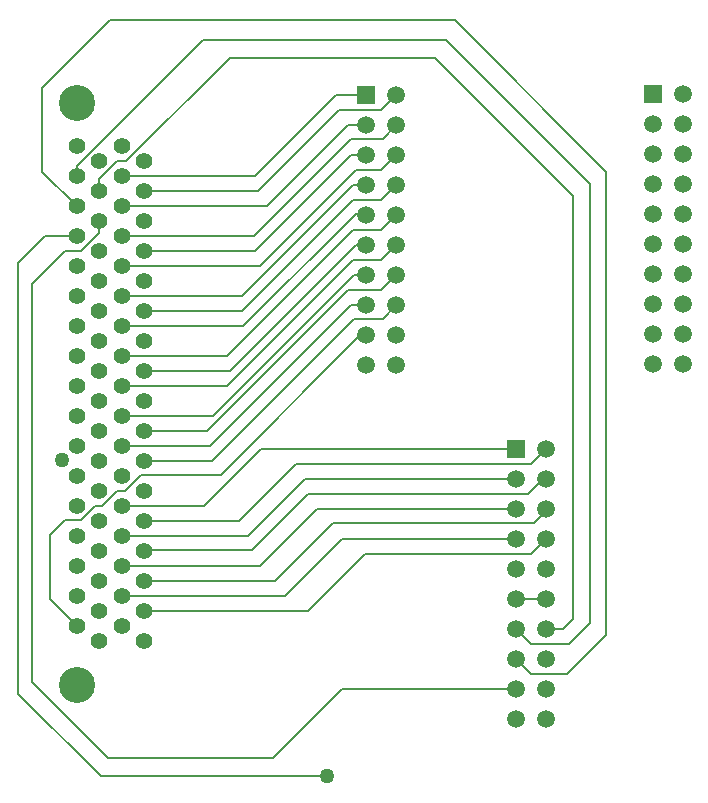
<source format=gtl>
%FSLAX24Y24*%
%MOIN*%
G70*
G01*
G75*
G04 Layer_Physical_Order=1*
G04 Layer_Color=255*
%ADD10C,0.0080*%
%ADD11R,0.0591X0.0591*%
%ADD12C,0.0591*%
%ADD13C,0.1200*%
%ADD14C,0.0550*%
%ADD15C,0.0500*%
D10*
X37450Y38350D02*
X38450D01*
X24300Y52450D02*
X28750D01*
X31450Y55150D01*
X32450D01*
X25050Y51950D02*
X28850D01*
X31550Y54650D01*
X32950D01*
X33450Y55150D01*
X24300Y51450D02*
X29150D01*
X31850Y54150D01*
X32450D01*
X24300Y50450D02*
X28700D01*
X31950Y53700D01*
X33000D01*
X33450Y54150D01*
X25050Y49950D02*
X28750D01*
X31950Y53150D01*
X32450D01*
X24300Y49450D02*
X28900D01*
X32100Y52650D01*
X32950D01*
X33450Y53150D01*
X24300Y48450D02*
X28300D01*
X32000Y52150D02*
X32450D01*
X28300Y48450D02*
X32000Y52150D01*
X32950Y51650D02*
X33450Y52150D01*
X32000Y51650D02*
X32950D01*
X25050Y47950D02*
X28300D01*
X32000Y51650D01*
X24300Y47450D02*
X28350D01*
X32100Y51200D01*
X32550D01*
X32950Y50650D02*
X33450Y51150D01*
X32000Y50650D02*
X32950D01*
X27800Y46450D02*
X32000Y50650D01*
X24300Y46450D02*
X27800D01*
X25050Y45950D02*
X27900D01*
X32100Y50150D01*
X32450D01*
X32950Y49650D02*
X33450Y50150D01*
X32000Y49650D02*
X32950D01*
X27800Y45450D02*
X32000Y49650D01*
X24300Y45450D02*
X27800D01*
X24300Y44450D02*
X27350D01*
X32050Y49150D01*
X32450D01*
X32950Y48650D02*
X33450Y49150D01*
X31850Y48650D02*
X32950D01*
X27150Y43950D02*
X31850Y48650D01*
X25050Y43950D02*
X27150D01*
X24300Y43450D02*
X27250D01*
X31950Y48150D01*
X32300D01*
X33000Y47700D02*
X33450Y48150D01*
X32050Y47700D02*
X33000D01*
X27300Y42950D02*
X32050Y47700D01*
X25050Y42950D02*
X27300D01*
X28950Y43350D02*
X37450D01*
X27050Y41450D02*
X28950Y43350D01*
X24300Y41450D02*
X27050D01*
X25050Y40950D02*
X28200D01*
X30100Y42850D01*
X37950D01*
X38450Y43350D01*
X24300Y40450D02*
X28500D01*
X30400Y42350D01*
X37450D01*
X37850Y41850D02*
X38350Y42350D01*
X30500Y41850D02*
X37850D01*
X28650Y40000D02*
X30500Y41850D01*
X25000Y40000D02*
X28650D01*
X24300Y39450D02*
X28900D01*
X30800Y41350D01*
X37450D01*
X31350Y40900D02*
X38050D01*
X29400Y38950D02*
X31350Y40900D01*
X25050Y38950D02*
X29400D01*
X38050Y40900D02*
X38600Y41450D01*
X24300Y38450D02*
X29750D01*
X31650Y40350D01*
X37450D01*
X37950Y39850D02*
X38450Y40350D01*
X32400Y39850D02*
X37950D01*
X30500Y37950D02*
X32400Y39850D01*
X25050Y37950D02*
X30500D01*
X32250Y47150D02*
X32450D01*
X27600Y42500D02*
X32250Y47150D01*
X24950Y42500D02*
X27600D01*
X24400Y41950D02*
X24950Y42500D01*
X24150Y41950D02*
X24400D01*
X23650Y41450D02*
X24150Y41950D01*
X23400Y41450D02*
X23650D01*
X22950Y41000D02*
X23400Y41450D01*
X22400Y41000D02*
X22950D01*
X21900Y40500D02*
X22400Y41000D01*
X21900Y38350D02*
Y40500D01*
Y38350D02*
X22800Y37450D01*
X38450Y37350D02*
X39000D01*
X39350Y37700D01*
Y51800D01*
X34750Y56400D02*
X39350Y51800D01*
X27900Y56400D02*
X34750D01*
X24450Y52950D02*
X27900Y56400D01*
X24150Y52950D02*
X24450D01*
X23550Y52350D02*
X24150Y52950D01*
X23550Y51950D02*
Y52350D01*
X37450Y37350D02*
X37950Y36850D01*
X39200D01*
X39900Y37550D01*
Y52200D01*
X35100Y57000D02*
X39900Y52200D01*
X27000Y57000D02*
X35100D01*
X22800Y52800D02*
X27000Y57000D01*
X22800Y52450D02*
Y52800D01*
X37450Y36350D02*
X37950Y35850D01*
X39150D01*
X40450Y37150D01*
Y52600D01*
X35400Y57650D02*
X40450Y52600D01*
X23900Y57650D02*
X35400D01*
X21650Y55400D02*
X23900Y57650D01*
X21650Y52600D02*
Y55400D01*
Y52600D02*
X22800Y51450D01*
X31650Y35350D02*
X37450D01*
X29350Y33050D02*
X31650Y35350D01*
X23850Y33050D02*
X29350D01*
X21300Y35600D02*
X23850Y33050D01*
X21300Y35600D02*
Y48850D01*
X22400Y49950D01*
X22950D01*
X23550Y50550D01*
Y50950D01*
X21750Y50450D02*
X22800D01*
X20850Y49550D02*
X21750Y50450D01*
X20850Y35200D02*
Y49550D01*
Y35200D02*
X23600Y32450D01*
X31150D01*
D11*
X37450Y43350D02*
D03*
X32450Y55150D02*
D03*
X42000Y55200D02*
D03*
D12*
X38450Y43350D02*
D03*
X37450Y42350D02*
D03*
X38450D02*
D03*
X37450Y41350D02*
D03*
X38450D02*
D03*
X37450Y40350D02*
D03*
X38450D02*
D03*
X37450Y39350D02*
D03*
X38450D02*
D03*
X37450Y38350D02*
D03*
X38450D02*
D03*
X37450Y37350D02*
D03*
X38450D02*
D03*
X37450Y36350D02*
D03*
X38450D02*
D03*
X37450Y35350D02*
D03*
X38450D02*
D03*
X37450Y34350D02*
D03*
X38450D02*
D03*
X33450Y55150D02*
D03*
X32450Y54150D02*
D03*
X33450D02*
D03*
X32450Y53150D02*
D03*
X33450D02*
D03*
X32450Y52150D02*
D03*
X33450D02*
D03*
X32450Y51150D02*
D03*
X33450D02*
D03*
X32450Y50150D02*
D03*
X33450D02*
D03*
X32450Y49150D02*
D03*
X33450D02*
D03*
X32450Y48150D02*
D03*
X33450D02*
D03*
X32450Y47150D02*
D03*
X33450D02*
D03*
X32450Y46150D02*
D03*
X33450D02*
D03*
X43000Y55200D02*
D03*
X42000Y54200D02*
D03*
X43000D02*
D03*
X42000Y53200D02*
D03*
X43000D02*
D03*
X42000Y52200D02*
D03*
X43000D02*
D03*
X42000Y51200D02*
D03*
X43000D02*
D03*
X42000Y50200D02*
D03*
X43000D02*
D03*
X42000Y49200D02*
D03*
X43000D02*
D03*
X42000Y48200D02*
D03*
X43000D02*
D03*
X42000Y47200D02*
D03*
X43000D02*
D03*
X42000Y46200D02*
D03*
X43000D02*
D03*
D13*
X22800Y54910D02*
D03*
Y35490D02*
D03*
D14*
Y53450D02*
D03*
X23550Y52950D02*
D03*
X22800Y52450D02*
D03*
X23550Y51950D02*
D03*
X22800Y51450D02*
D03*
X23550Y50950D02*
D03*
X22800Y50450D02*
D03*
X23550Y49950D02*
D03*
X22800Y49450D02*
D03*
X23550Y48950D02*
D03*
X22800Y48450D02*
D03*
X23550Y47950D02*
D03*
X22800Y47450D02*
D03*
X23550Y46950D02*
D03*
X22800Y46450D02*
D03*
X23550Y45950D02*
D03*
X22800Y45450D02*
D03*
X23550Y44950D02*
D03*
X22800Y44450D02*
D03*
X23550Y43950D02*
D03*
X22800Y43450D02*
D03*
X23550Y42950D02*
D03*
X22800Y42450D02*
D03*
X23550Y41950D02*
D03*
X22800Y41450D02*
D03*
X23550Y40950D02*
D03*
X22800Y40450D02*
D03*
X23550Y39950D02*
D03*
X22800Y39450D02*
D03*
X23550Y38950D02*
D03*
X22800Y38450D02*
D03*
X23550Y37950D02*
D03*
X22800Y37450D02*
D03*
X23550Y36950D02*
D03*
X24300Y53450D02*
D03*
X25050Y52950D02*
D03*
X24300Y52450D02*
D03*
X25050Y51950D02*
D03*
X24300Y51450D02*
D03*
X25050Y50950D02*
D03*
X24300Y50450D02*
D03*
X25050Y49950D02*
D03*
X24300Y49450D02*
D03*
X25050Y48950D02*
D03*
X24300Y48450D02*
D03*
X25050Y47950D02*
D03*
X24300Y47450D02*
D03*
X25050Y46950D02*
D03*
X24300Y46450D02*
D03*
X25050Y45950D02*
D03*
X24300Y45450D02*
D03*
X25050Y44950D02*
D03*
X24300Y44450D02*
D03*
X25050Y43950D02*
D03*
X24300Y43450D02*
D03*
X25050Y42950D02*
D03*
X24300Y42450D02*
D03*
X25050Y41950D02*
D03*
X24300Y41450D02*
D03*
X25050Y40950D02*
D03*
X24300Y40450D02*
D03*
X25050Y39950D02*
D03*
X24300Y39450D02*
D03*
X25050Y38950D02*
D03*
X24300Y38450D02*
D03*
X25050Y37950D02*
D03*
X24300Y37450D02*
D03*
X25050Y36950D02*
D03*
D15*
X31150Y32450D02*
D03*
X22300Y43000D02*
D03*
M02*

</source>
